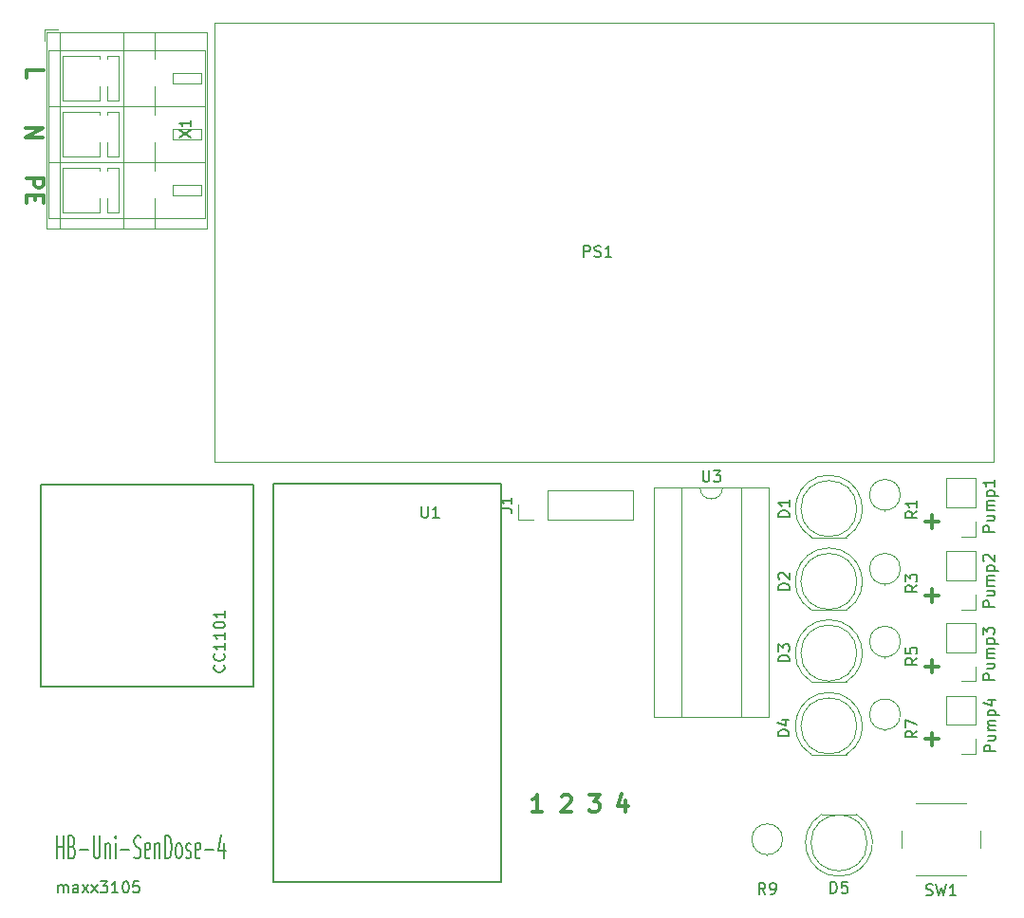
<source format=gbr>
%TF.GenerationSoftware,KiCad,Pcbnew,(5.1.9)-1*%
%TF.CreationDate,2021-02-28T02:51:40+01:00*%
%TF.ProjectId,HB-Uni-SenDose-4,48422d55-6e69-42d5-9365-6e446f73652d,rev?*%
%TF.SameCoordinates,Original*%
%TF.FileFunction,Legend,Top*%
%TF.FilePolarity,Positive*%
%FSLAX46Y46*%
G04 Gerber Fmt 4.6, Leading zero omitted, Abs format (unit mm)*
G04 Created by KiCad (PCBNEW (5.1.9)-1) date 2021-02-28 02:51:40*
%MOMM*%
%LPD*%
G01*
G04 APERTURE LIST*
%ADD10C,0.300000*%
%ADD11C,0.150000*%
%ADD12C,0.120000*%
G04 APERTURE END LIST*
D10*
X134785714Y-118978571D02*
X134785714Y-119978571D01*
X134428571Y-118407142D02*
X134071428Y-119478571D01*
X135000000Y-119478571D01*
X131500000Y-118478571D02*
X132428571Y-118478571D01*
X131928571Y-119050000D01*
X132142857Y-119050000D01*
X132285714Y-119121428D01*
X132357142Y-119192857D01*
X132428571Y-119335714D01*
X132428571Y-119692857D01*
X132357142Y-119835714D01*
X132285714Y-119907142D01*
X132142857Y-119978571D01*
X131714285Y-119978571D01*
X131571428Y-119907142D01*
X131500000Y-119835714D01*
X129071428Y-118621428D02*
X129142857Y-118550000D01*
X129285714Y-118478571D01*
X129642857Y-118478571D01*
X129785714Y-118550000D01*
X129857142Y-118621428D01*
X129928571Y-118764285D01*
X129928571Y-118907142D01*
X129857142Y-119121428D01*
X129000000Y-119978571D01*
X129928571Y-119978571D01*
X127328571Y-119978571D02*
X126471428Y-119978571D01*
X126900000Y-119978571D02*
X126900000Y-118478571D01*
X126757142Y-118692857D01*
X126614285Y-118835714D01*
X126471428Y-118907142D01*
X81321428Y-63428571D02*
X82821428Y-63428571D01*
X82821428Y-64000000D01*
X82750000Y-64142857D01*
X82678571Y-64214285D01*
X82535714Y-64285714D01*
X82321428Y-64285714D01*
X82178571Y-64214285D01*
X82107142Y-64142857D01*
X82035714Y-64000000D01*
X82035714Y-63428571D01*
X82107142Y-64928571D02*
X82107142Y-65428571D01*
X81321428Y-65642857D02*
X81321428Y-64928571D01*
X82821428Y-64928571D01*
X82821428Y-65642857D01*
X81321428Y-54464285D02*
X81321428Y-53750000D01*
X82821428Y-53750000D01*
X82778571Y-59828571D02*
X81278571Y-59828571D01*
X82778571Y-58971428D01*
X81278571Y-58971428D01*
X161528571Y-100707142D02*
X162671428Y-100707142D01*
X162100000Y-101278571D02*
X162100000Y-100135714D01*
X161528571Y-94107142D02*
X162671428Y-94107142D01*
X162100000Y-94678571D02*
X162100000Y-93535714D01*
X161528571Y-107007142D02*
X162671428Y-107007142D01*
X162100000Y-107578571D02*
X162100000Y-106435714D01*
X161528571Y-113507142D02*
X162671428Y-113507142D01*
X162100000Y-114078571D02*
X162100000Y-112935714D01*
D11*
X84154761Y-127202380D02*
X84154761Y-126535714D01*
X84154761Y-126630952D02*
X84202380Y-126583333D01*
X84297619Y-126535714D01*
X84440476Y-126535714D01*
X84535714Y-126583333D01*
X84583333Y-126678571D01*
X84583333Y-127202380D01*
X84583333Y-126678571D02*
X84630952Y-126583333D01*
X84726190Y-126535714D01*
X84869047Y-126535714D01*
X84964285Y-126583333D01*
X85011904Y-126678571D01*
X85011904Y-127202380D01*
X85916666Y-127202380D02*
X85916666Y-126678571D01*
X85869047Y-126583333D01*
X85773809Y-126535714D01*
X85583333Y-126535714D01*
X85488095Y-126583333D01*
X85916666Y-127154761D02*
X85821428Y-127202380D01*
X85583333Y-127202380D01*
X85488095Y-127154761D01*
X85440476Y-127059523D01*
X85440476Y-126964285D01*
X85488095Y-126869047D01*
X85583333Y-126821428D01*
X85821428Y-126821428D01*
X85916666Y-126773809D01*
X86297619Y-127202380D02*
X86821428Y-126535714D01*
X86297619Y-126535714D02*
X86821428Y-127202380D01*
X87107142Y-127202380D02*
X87630952Y-126535714D01*
X87107142Y-126535714D02*
X87630952Y-127202380D01*
X87916666Y-126202380D02*
X88535714Y-126202380D01*
X88202380Y-126583333D01*
X88345238Y-126583333D01*
X88440476Y-126630952D01*
X88488095Y-126678571D01*
X88535714Y-126773809D01*
X88535714Y-127011904D01*
X88488095Y-127107142D01*
X88440476Y-127154761D01*
X88345238Y-127202380D01*
X88059523Y-127202380D01*
X87964285Y-127154761D01*
X87916666Y-127107142D01*
X89488095Y-127202380D02*
X88916666Y-127202380D01*
X89202380Y-127202380D02*
X89202380Y-126202380D01*
X89107142Y-126345238D01*
X89011904Y-126440476D01*
X88916666Y-126488095D01*
X90107142Y-126202380D02*
X90202380Y-126202380D01*
X90297619Y-126250000D01*
X90345238Y-126297619D01*
X90392857Y-126392857D01*
X90440476Y-126583333D01*
X90440476Y-126821428D01*
X90392857Y-127011904D01*
X90345238Y-127107142D01*
X90297619Y-127154761D01*
X90202380Y-127202380D01*
X90107142Y-127202380D01*
X90011904Y-127154761D01*
X89964285Y-127107142D01*
X89916666Y-127011904D01*
X89869047Y-126821428D01*
X89869047Y-126583333D01*
X89916666Y-126392857D01*
X89964285Y-126297619D01*
X90011904Y-126250000D01*
X90107142Y-126202380D01*
X91345238Y-126202380D02*
X90869047Y-126202380D01*
X90821428Y-126678571D01*
X90869047Y-126630952D01*
X90964285Y-126583333D01*
X91202380Y-126583333D01*
X91297619Y-126630952D01*
X91345238Y-126678571D01*
X91392857Y-126773809D01*
X91392857Y-127011904D01*
X91345238Y-127107142D01*
X91297619Y-127154761D01*
X91202380Y-127202380D01*
X90964285Y-127202380D01*
X90869047Y-127154761D01*
X90821428Y-127107142D01*
X84023809Y-124154761D02*
X84023809Y-122154761D01*
X84023809Y-123107142D02*
X84595238Y-123107142D01*
X84595238Y-124154761D02*
X84595238Y-122154761D01*
X85404761Y-123107142D02*
X85547619Y-123202380D01*
X85595238Y-123297619D01*
X85642857Y-123488095D01*
X85642857Y-123773809D01*
X85595238Y-123964285D01*
X85547619Y-124059523D01*
X85452380Y-124154761D01*
X85071428Y-124154761D01*
X85071428Y-122154761D01*
X85404761Y-122154761D01*
X85500000Y-122250000D01*
X85547619Y-122345238D01*
X85595238Y-122535714D01*
X85595238Y-122726190D01*
X85547619Y-122916666D01*
X85500000Y-123011904D01*
X85404761Y-123107142D01*
X85071428Y-123107142D01*
X86071428Y-123392857D02*
X86833333Y-123392857D01*
X87309523Y-122154761D02*
X87309523Y-123773809D01*
X87357142Y-123964285D01*
X87404761Y-124059523D01*
X87500000Y-124154761D01*
X87690476Y-124154761D01*
X87785714Y-124059523D01*
X87833333Y-123964285D01*
X87880952Y-123773809D01*
X87880952Y-122154761D01*
X88357142Y-122821428D02*
X88357142Y-124154761D01*
X88357142Y-123011904D02*
X88404761Y-122916666D01*
X88500000Y-122821428D01*
X88642857Y-122821428D01*
X88738095Y-122916666D01*
X88785714Y-123107142D01*
X88785714Y-124154761D01*
X89261904Y-124154761D02*
X89261904Y-122821428D01*
X89261904Y-122154761D02*
X89214285Y-122250000D01*
X89261904Y-122345238D01*
X89309523Y-122250000D01*
X89261904Y-122154761D01*
X89261904Y-122345238D01*
X89738095Y-123392857D02*
X90500000Y-123392857D01*
X90928571Y-124059523D02*
X91071428Y-124154761D01*
X91309523Y-124154761D01*
X91404761Y-124059523D01*
X91452380Y-123964285D01*
X91500000Y-123773809D01*
X91500000Y-123583333D01*
X91452380Y-123392857D01*
X91404761Y-123297619D01*
X91309523Y-123202380D01*
X91119047Y-123107142D01*
X91023809Y-123011904D01*
X90976190Y-122916666D01*
X90928571Y-122726190D01*
X90928571Y-122535714D01*
X90976190Y-122345238D01*
X91023809Y-122250000D01*
X91119047Y-122154761D01*
X91357142Y-122154761D01*
X91500000Y-122250000D01*
X92309523Y-124059523D02*
X92214285Y-124154761D01*
X92023809Y-124154761D01*
X91928571Y-124059523D01*
X91880952Y-123869047D01*
X91880952Y-123107142D01*
X91928571Y-122916666D01*
X92023809Y-122821428D01*
X92214285Y-122821428D01*
X92309523Y-122916666D01*
X92357142Y-123107142D01*
X92357142Y-123297619D01*
X91880952Y-123488095D01*
X92785714Y-122821428D02*
X92785714Y-124154761D01*
X92785714Y-123011904D02*
X92833333Y-122916666D01*
X92928571Y-122821428D01*
X93071428Y-122821428D01*
X93166666Y-122916666D01*
X93214285Y-123107142D01*
X93214285Y-124154761D01*
X93690476Y-124154761D02*
X93690476Y-122154761D01*
X93928571Y-122154761D01*
X94071428Y-122250000D01*
X94166666Y-122440476D01*
X94214285Y-122630952D01*
X94261904Y-123011904D01*
X94261904Y-123297619D01*
X94214285Y-123678571D01*
X94166666Y-123869047D01*
X94071428Y-124059523D01*
X93928571Y-124154761D01*
X93690476Y-124154761D01*
X94833333Y-124154761D02*
X94738095Y-124059523D01*
X94690476Y-123964285D01*
X94642857Y-123773809D01*
X94642857Y-123202380D01*
X94690476Y-123011904D01*
X94738095Y-122916666D01*
X94833333Y-122821428D01*
X94976190Y-122821428D01*
X95071428Y-122916666D01*
X95119047Y-123011904D01*
X95166666Y-123202380D01*
X95166666Y-123773809D01*
X95119047Y-123964285D01*
X95071428Y-124059523D01*
X94976190Y-124154761D01*
X94833333Y-124154761D01*
X95547619Y-124059523D02*
X95642857Y-124154761D01*
X95833333Y-124154761D01*
X95928571Y-124059523D01*
X95976190Y-123869047D01*
X95976190Y-123773809D01*
X95928571Y-123583333D01*
X95833333Y-123488095D01*
X95690476Y-123488095D01*
X95595238Y-123392857D01*
X95547619Y-123202380D01*
X95547619Y-123107142D01*
X95595238Y-122916666D01*
X95690476Y-122821428D01*
X95833333Y-122821428D01*
X95928571Y-122916666D01*
X96785714Y-124059523D02*
X96690476Y-124154761D01*
X96500000Y-124154761D01*
X96404761Y-124059523D01*
X96357142Y-123869047D01*
X96357142Y-123107142D01*
X96404761Y-122916666D01*
X96500000Y-122821428D01*
X96690476Y-122821428D01*
X96785714Y-122916666D01*
X96833333Y-123107142D01*
X96833333Y-123297619D01*
X96357142Y-123488095D01*
X97261904Y-123392857D02*
X98023809Y-123392857D01*
X98928571Y-122821428D02*
X98928571Y-124154761D01*
X98690476Y-122059523D02*
X98452380Y-123488095D01*
X99071428Y-123488095D01*
D12*
%TO.C,Pump4*%
X166030000Y-109630000D02*
X163370000Y-109630000D01*
X166030000Y-112230000D02*
X166030000Y-109630000D01*
X163370000Y-112230000D02*
X163370000Y-109630000D01*
X166030000Y-112230000D02*
X163370000Y-112230000D01*
X166030000Y-113500000D02*
X166030000Y-114830000D01*
X166030000Y-114830000D02*
X164700000Y-114830000D01*
%TO.C,Pump3*%
X166030000Y-103130000D02*
X163370000Y-103130000D01*
X166030000Y-105730000D02*
X166030000Y-103130000D01*
X163370000Y-105730000D02*
X163370000Y-103130000D01*
X166030000Y-105730000D02*
X163370000Y-105730000D01*
X166030000Y-107000000D02*
X166030000Y-108330000D01*
X166030000Y-108330000D02*
X164700000Y-108330000D01*
%TO.C,Pump2*%
X166030000Y-96730000D02*
X163370000Y-96730000D01*
X166030000Y-99330000D02*
X166030000Y-96730000D01*
X163370000Y-99330000D02*
X163370000Y-96730000D01*
X166030000Y-99330000D02*
X163370000Y-99330000D01*
X166030000Y-100600000D02*
X166030000Y-101930000D01*
X166030000Y-101930000D02*
X164700000Y-101930000D01*
%TO.C,Pump1*%
X166030000Y-90230000D02*
X163370000Y-90230000D01*
X166030000Y-92830000D02*
X166030000Y-90230000D01*
X163370000Y-92830000D02*
X163370000Y-90230000D01*
X166030000Y-92830000D02*
X163370000Y-92830000D01*
X166030000Y-94100000D02*
X166030000Y-95430000D01*
X166030000Y-95430000D02*
X164700000Y-95430000D01*
%TO.C,PS1*%
X167600000Y-49550000D02*
X167600000Y-88750000D01*
X98100000Y-88750000D02*
X98100000Y-49550000D01*
X167600000Y-88750000D02*
X98100000Y-88750000D01*
X98100000Y-49550000D02*
X167600000Y-49550000D01*
%TO.C,U3*%
X143410000Y-91070000D02*
G75*
G02*
X141410000Y-91070000I-1000000J0D01*
G01*
X141410000Y-91070000D02*
X139760000Y-91070000D01*
X139760000Y-91070000D02*
X139760000Y-111510000D01*
X139760000Y-111510000D02*
X145060000Y-111510000D01*
X145060000Y-111510000D02*
X145060000Y-91070000D01*
X145060000Y-91070000D02*
X143410000Y-91070000D01*
X137270000Y-91010000D02*
X137270000Y-111570000D01*
X137270000Y-111570000D02*
X147550000Y-111570000D01*
X147550000Y-111570000D02*
X147550000Y-91010000D01*
X147550000Y-91010000D02*
X137270000Y-91010000D01*
%TO.C,X1*%
X82890000Y-50140000D02*
X82890000Y-51140000D01*
X84130000Y-50140000D02*
X82890000Y-50140000D01*
X96900000Y-65000000D02*
X94401000Y-65000000D01*
X96900000Y-64000000D02*
X94401000Y-64000000D01*
X94401000Y-64000000D02*
X94401000Y-65000000D01*
X96900000Y-64000000D02*
X96900000Y-65000000D01*
X89550000Y-66500000D02*
X88550000Y-66500000D01*
X89550000Y-62500000D02*
X88550000Y-62500000D01*
X88550000Y-65230000D02*
X88550000Y-66500000D01*
X88550000Y-62500000D02*
X88550000Y-62770000D01*
X89550000Y-62500000D02*
X89550000Y-66500000D01*
X97250000Y-67000000D02*
X83250000Y-67000000D01*
X97250000Y-62000000D02*
X83250000Y-62000000D01*
X83250000Y-62000000D02*
X83250000Y-67000000D01*
X97250000Y-62000000D02*
X97250000Y-67000000D01*
X87850000Y-66500000D02*
X84550000Y-66500000D01*
X87850000Y-62500000D02*
X84550000Y-62500000D01*
X84550000Y-62500000D02*
X84550000Y-66500000D01*
X87850000Y-65230000D02*
X87850000Y-66500000D01*
X87850000Y-62500000D02*
X87850000Y-62770000D01*
X96900000Y-60000000D02*
X94401000Y-60000000D01*
X96900000Y-59000000D02*
X94401000Y-59000000D01*
X94401000Y-59000000D02*
X94401000Y-60000000D01*
X96900000Y-59000000D02*
X96900000Y-60000000D01*
X89550000Y-61500000D02*
X88550000Y-61500000D01*
X89550000Y-57500000D02*
X88550000Y-57500000D01*
X88550000Y-60230000D02*
X88550000Y-61500000D01*
X88550000Y-57500000D02*
X88550000Y-57770000D01*
X89550000Y-57500000D02*
X89550000Y-61500000D01*
X97250000Y-62000000D02*
X83250000Y-62000000D01*
X97250000Y-57000000D02*
X83250000Y-57000000D01*
X83250000Y-57000000D02*
X83250000Y-62000000D01*
X97250000Y-57000000D02*
X97250000Y-62000000D01*
X87850000Y-61500000D02*
X84550000Y-61500000D01*
X87850000Y-57500000D02*
X84550000Y-57500000D01*
X84550000Y-57500000D02*
X84550000Y-61500000D01*
X87850000Y-60230000D02*
X87850000Y-61500000D01*
X87850000Y-57500000D02*
X87850000Y-57770000D01*
X96900000Y-55000000D02*
X94401000Y-55000000D01*
X96900000Y-54000000D02*
X94401000Y-54000000D01*
X94401000Y-54000000D02*
X94401000Y-55000000D01*
X96900000Y-54000000D02*
X96900000Y-55000000D01*
X89550000Y-56500000D02*
X88550000Y-56500000D01*
X89550000Y-52500000D02*
X88550000Y-52500000D01*
X88550000Y-55230000D02*
X88550000Y-56500000D01*
X88550000Y-52500000D02*
X88550000Y-52770000D01*
X89550000Y-52500000D02*
X89550000Y-56500000D01*
X97250000Y-57000000D02*
X83250000Y-57000000D01*
X97250000Y-52000000D02*
X83250000Y-52000000D01*
X83250000Y-52000000D02*
X83250000Y-57000000D01*
X97250000Y-52000000D02*
X97250000Y-57000000D01*
X87850000Y-56500000D02*
X84550000Y-56500000D01*
X87850000Y-52500000D02*
X84550000Y-52500000D01*
X84550000Y-52500000D02*
X84550000Y-56500000D01*
X87850000Y-55230000D02*
X87850000Y-56500000D01*
X87850000Y-52500000D02*
X87850000Y-52770000D01*
X97370000Y-67920000D02*
X83130000Y-67920000D01*
X97370000Y-50380000D02*
X83130000Y-50380000D01*
X83130000Y-50380000D02*
X83130000Y-67920000D01*
X97370000Y-50380000D02*
X97370000Y-67920000D01*
X92750000Y-65230000D02*
X92750000Y-67920000D01*
X92750000Y-60230000D02*
X92750000Y-62770000D01*
X92750000Y-55230000D02*
X92750000Y-57770000D01*
X92750000Y-50380000D02*
X92750000Y-52770000D01*
X89950000Y-50380000D02*
X89950000Y-67920000D01*
X84250000Y-50380000D02*
X84250000Y-67920000D01*
D11*
%TO.C,U2*%
X101600000Y-108800000D02*
X100600000Y-108800000D01*
X101600000Y-90800000D02*
X101600000Y-108800000D01*
X82600000Y-90800000D02*
X101600000Y-90800000D01*
X82600000Y-108800000D02*
X82600000Y-90800000D01*
X100600000Y-108800000D02*
X82600000Y-108800000D01*
%TO.C,U1*%
X123680000Y-90740000D02*
X103360000Y-90740000D01*
X103360000Y-90740000D02*
X103360000Y-126300000D01*
X103360000Y-126300000D02*
X123680000Y-126300000D01*
X123680000Y-126300000D02*
X123680000Y-90740000D01*
D12*
%TO.C,SW1*%
X159400000Y-121700000D02*
X159400000Y-123200000D01*
X160650000Y-125700000D02*
X165150000Y-125700000D01*
X166400000Y-123200000D02*
X166400000Y-121700000D01*
X165150000Y-119200000D02*
X160650000Y-119200000D01*
%TO.C,R9*%
X147400000Y-123820000D02*
X147400000Y-123890000D01*
X148770000Y-122450000D02*
G75*
G03*
X148770000Y-122450000I-1370000J0D01*
G01*
%TO.C,R7*%
X157900000Y-112670000D02*
X157900000Y-112740000D01*
X159270000Y-111300000D02*
G75*
G03*
X159270000Y-111300000I-1370000J0D01*
G01*
%TO.C,R5*%
X157900000Y-106170000D02*
X157900000Y-106240000D01*
X159270000Y-104800000D02*
G75*
G03*
X159270000Y-104800000I-1370000J0D01*
G01*
%TO.C,R3*%
X157900000Y-99670000D02*
X157900000Y-99740000D01*
X159270000Y-98300000D02*
G75*
G03*
X159270000Y-98300000I-1370000J0D01*
G01*
%TO.C,R1*%
X157900000Y-93070000D02*
X157900000Y-93140000D01*
X159270000Y-91700000D02*
G75*
G03*
X159270000Y-91700000I-1370000J0D01*
G01*
%TO.C,J1*%
X125170000Y-93930000D02*
X125170000Y-92600000D01*
X126500000Y-93930000D02*
X125170000Y-93930000D01*
X127770000Y-93930000D02*
X127770000Y-91270000D01*
X127770000Y-91270000D02*
X135450000Y-91270000D01*
X127770000Y-93930000D02*
X135450000Y-93930000D01*
X135450000Y-93930000D02*
X135450000Y-91270000D01*
%TO.C,D5*%
X155345000Y-120210000D02*
X152255000Y-120210000D01*
X156300000Y-122770000D02*
G75*
G03*
X156300000Y-122770000I-2500000J0D01*
G01*
X153800462Y-125760000D02*
G75*
G02*
X152255170Y-120210000I-462J2990000D01*
G01*
X153799538Y-125760000D02*
G75*
G03*
X155344830Y-120210000I462J2990000D01*
G01*
%TO.C,D4*%
X151355000Y-114890000D02*
X154445000Y-114890000D01*
X155400000Y-112330000D02*
G75*
G03*
X155400000Y-112330000I-2500000J0D01*
G01*
X152899538Y-109340000D02*
G75*
G02*
X154444830Y-114890000I462J-2990000D01*
G01*
X152900462Y-109340000D02*
G75*
G03*
X151355170Y-114890000I-462J-2990000D01*
G01*
%TO.C,D3*%
X151355000Y-108390000D02*
X154445000Y-108390000D01*
X155400000Y-105830000D02*
G75*
G03*
X155400000Y-105830000I-2500000J0D01*
G01*
X152899538Y-102840000D02*
G75*
G02*
X154444830Y-108390000I462J-2990000D01*
G01*
X152900462Y-102840000D02*
G75*
G03*
X151355170Y-108390000I-462J-2990000D01*
G01*
%TO.C,D2*%
X151355000Y-101990000D02*
X154445000Y-101990000D01*
X155400000Y-99430000D02*
G75*
G03*
X155400000Y-99430000I-2500000J0D01*
G01*
X152899538Y-96440000D02*
G75*
G02*
X154444830Y-101990000I462J-2990000D01*
G01*
X152900462Y-96440000D02*
G75*
G03*
X151355170Y-101990000I-462J-2990000D01*
G01*
%TO.C,D1*%
X151355000Y-95490000D02*
X154445000Y-95490000D01*
X155400000Y-92930000D02*
G75*
G03*
X155400000Y-92930000I-2500000J0D01*
G01*
X152899538Y-89940000D02*
G75*
G02*
X154444830Y-95490000I462J-2990000D01*
G01*
X152900462Y-89940000D02*
G75*
G03*
X151355170Y-95490000I-462J-2990000D01*
G01*
%TO.C,Pump4*%
D11*
X167752380Y-114609523D02*
X166752380Y-114609523D01*
X166752380Y-114228571D01*
X166800000Y-114133333D01*
X166847619Y-114085714D01*
X166942857Y-114038095D01*
X167085714Y-114038095D01*
X167180952Y-114085714D01*
X167228571Y-114133333D01*
X167276190Y-114228571D01*
X167276190Y-114609523D01*
X167085714Y-113180952D02*
X167752380Y-113180952D01*
X167085714Y-113609523D02*
X167609523Y-113609523D01*
X167704761Y-113561904D01*
X167752380Y-113466666D01*
X167752380Y-113323809D01*
X167704761Y-113228571D01*
X167657142Y-113180952D01*
X167752380Y-112704761D02*
X167085714Y-112704761D01*
X167180952Y-112704761D02*
X167133333Y-112657142D01*
X167085714Y-112561904D01*
X167085714Y-112419047D01*
X167133333Y-112323809D01*
X167228571Y-112276190D01*
X167752380Y-112276190D01*
X167228571Y-112276190D02*
X167133333Y-112228571D01*
X167085714Y-112133333D01*
X167085714Y-111990476D01*
X167133333Y-111895238D01*
X167228571Y-111847619D01*
X167752380Y-111847619D01*
X167085714Y-111371428D02*
X168085714Y-111371428D01*
X167133333Y-111371428D02*
X167085714Y-111276190D01*
X167085714Y-111085714D01*
X167133333Y-110990476D01*
X167180952Y-110942857D01*
X167276190Y-110895238D01*
X167561904Y-110895238D01*
X167657142Y-110942857D01*
X167704761Y-110990476D01*
X167752380Y-111085714D01*
X167752380Y-111276190D01*
X167704761Y-111371428D01*
X167085714Y-110038095D02*
X167752380Y-110038095D01*
X166704761Y-110276190D02*
X167419047Y-110514285D01*
X167419047Y-109895238D01*
%TO.C,Pump3*%
X167652380Y-108209523D02*
X166652380Y-108209523D01*
X166652380Y-107828571D01*
X166700000Y-107733333D01*
X166747619Y-107685714D01*
X166842857Y-107638095D01*
X166985714Y-107638095D01*
X167080952Y-107685714D01*
X167128571Y-107733333D01*
X167176190Y-107828571D01*
X167176190Y-108209523D01*
X166985714Y-106780952D02*
X167652380Y-106780952D01*
X166985714Y-107209523D02*
X167509523Y-107209523D01*
X167604761Y-107161904D01*
X167652380Y-107066666D01*
X167652380Y-106923809D01*
X167604761Y-106828571D01*
X167557142Y-106780952D01*
X167652380Y-106304761D02*
X166985714Y-106304761D01*
X167080952Y-106304761D02*
X167033333Y-106257142D01*
X166985714Y-106161904D01*
X166985714Y-106019047D01*
X167033333Y-105923809D01*
X167128571Y-105876190D01*
X167652380Y-105876190D01*
X167128571Y-105876190D02*
X167033333Y-105828571D01*
X166985714Y-105733333D01*
X166985714Y-105590476D01*
X167033333Y-105495238D01*
X167128571Y-105447619D01*
X167652380Y-105447619D01*
X166985714Y-104971428D02*
X167985714Y-104971428D01*
X167033333Y-104971428D02*
X166985714Y-104876190D01*
X166985714Y-104685714D01*
X167033333Y-104590476D01*
X167080952Y-104542857D01*
X167176190Y-104495238D01*
X167461904Y-104495238D01*
X167557142Y-104542857D01*
X167604761Y-104590476D01*
X167652380Y-104685714D01*
X167652380Y-104876190D01*
X167604761Y-104971428D01*
X166652380Y-104161904D02*
X166652380Y-103542857D01*
X167033333Y-103876190D01*
X167033333Y-103733333D01*
X167080952Y-103638095D01*
X167128571Y-103590476D01*
X167223809Y-103542857D01*
X167461904Y-103542857D01*
X167557142Y-103590476D01*
X167604761Y-103638095D01*
X167652380Y-103733333D01*
X167652380Y-104019047D01*
X167604761Y-104114285D01*
X167557142Y-104161904D01*
%TO.C,Pump2*%
X167652380Y-101709523D02*
X166652380Y-101709523D01*
X166652380Y-101328571D01*
X166700000Y-101233333D01*
X166747619Y-101185714D01*
X166842857Y-101138095D01*
X166985714Y-101138095D01*
X167080952Y-101185714D01*
X167128571Y-101233333D01*
X167176190Y-101328571D01*
X167176190Y-101709523D01*
X166985714Y-100280952D02*
X167652380Y-100280952D01*
X166985714Y-100709523D02*
X167509523Y-100709523D01*
X167604761Y-100661904D01*
X167652380Y-100566666D01*
X167652380Y-100423809D01*
X167604761Y-100328571D01*
X167557142Y-100280952D01*
X167652380Y-99804761D02*
X166985714Y-99804761D01*
X167080952Y-99804761D02*
X167033333Y-99757142D01*
X166985714Y-99661904D01*
X166985714Y-99519047D01*
X167033333Y-99423809D01*
X167128571Y-99376190D01*
X167652380Y-99376190D01*
X167128571Y-99376190D02*
X167033333Y-99328571D01*
X166985714Y-99233333D01*
X166985714Y-99090476D01*
X167033333Y-98995238D01*
X167128571Y-98947619D01*
X167652380Y-98947619D01*
X166985714Y-98471428D02*
X167985714Y-98471428D01*
X167033333Y-98471428D02*
X166985714Y-98376190D01*
X166985714Y-98185714D01*
X167033333Y-98090476D01*
X167080952Y-98042857D01*
X167176190Y-97995238D01*
X167461904Y-97995238D01*
X167557142Y-98042857D01*
X167604761Y-98090476D01*
X167652380Y-98185714D01*
X167652380Y-98376190D01*
X167604761Y-98471428D01*
X166747619Y-97614285D02*
X166700000Y-97566666D01*
X166652380Y-97471428D01*
X166652380Y-97233333D01*
X166700000Y-97138095D01*
X166747619Y-97090476D01*
X166842857Y-97042857D01*
X166938095Y-97042857D01*
X167080952Y-97090476D01*
X167652380Y-97661904D01*
X167652380Y-97042857D01*
%TO.C,Pump1*%
X167652380Y-95009523D02*
X166652380Y-95009523D01*
X166652380Y-94628571D01*
X166700000Y-94533333D01*
X166747619Y-94485714D01*
X166842857Y-94438095D01*
X166985714Y-94438095D01*
X167080952Y-94485714D01*
X167128571Y-94533333D01*
X167176190Y-94628571D01*
X167176190Y-95009523D01*
X166985714Y-93580952D02*
X167652380Y-93580952D01*
X166985714Y-94009523D02*
X167509523Y-94009523D01*
X167604761Y-93961904D01*
X167652380Y-93866666D01*
X167652380Y-93723809D01*
X167604761Y-93628571D01*
X167557142Y-93580952D01*
X167652380Y-93104761D02*
X166985714Y-93104761D01*
X167080952Y-93104761D02*
X167033333Y-93057142D01*
X166985714Y-92961904D01*
X166985714Y-92819047D01*
X167033333Y-92723809D01*
X167128571Y-92676190D01*
X167652380Y-92676190D01*
X167128571Y-92676190D02*
X167033333Y-92628571D01*
X166985714Y-92533333D01*
X166985714Y-92390476D01*
X167033333Y-92295238D01*
X167128571Y-92247619D01*
X167652380Y-92247619D01*
X166985714Y-91771428D02*
X167985714Y-91771428D01*
X167033333Y-91771428D02*
X166985714Y-91676190D01*
X166985714Y-91485714D01*
X167033333Y-91390476D01*
X167080952Y-91342857D01*
X167176190Y-91295238D01*
X167461904Y-91295238D01*
X167557142Y-91342857D01*
X167604761Y-91390476D01*
X167652380Y-91485714D01*
X167652380Y-91676190D01*
X167604761Y-91771428D01*
X167652380Y-90342857D02*
X167652380Y-90914285D01*
X167652380Y-90628571D02*
X166652380Y-90628571D01*
X166795238Y-90723809D01*
X166890476Y-90819047D01*
X166938095Y-90914285D01*
%TO.C,PS1*%
X131035714Y-70452380D02*
X131035714Y-69452380D01*
X131416666Y-69452380D01*
X131511904Y-69500000D01*
X131559523Y-69547619D01*
X131607142Y-69642857D01*
X131607142Y-69785714D01*
X131559523Y-69880952D01*
X131511904Y-69928571D01*
X131416666Y-69976190D01*
X131035714Y-69976190D01*
X131988095Y-70404761D02*
X132130952Y-70452380D01*
X132369047Y-70452380D01*
X132464285Y-70404761D01*
X132511904Y-70357142D01*
X132559523Y-70261904D01*
X132559523Y-70166666D01*
X132511904Y-70071428D01*
X132464285Y-70023809D01*
X132369047Y-69976190D01*
X132178571Y-69928571D01*
X132083333Y-69880952D01*
X132035714Y-69833333D01*
X131988095Y-69738095D01*
X131988095Y-69642857D01*
X132035714Y-69547619D01*
X132083333Y-69500000D01*
X132178571Y-69452380D01*
X132416666Y-69452380D01*
X132559523Y-69500000D01*
X133511904Y-70452380D02*
X132940476Y-70452380D01*
X133226190Y-70452380D02*
X133226190Y-69452380D01*
X133130952Y-69595238D01*
X133035714Y-69690476D01*
X132940476Y-69738095D01*
%TO.C,U3*%
X141648095Y-89522380D02*
X141648095Y-90331904D01*
X141695714Y-90427142D01*
X141743333Y-90474761D01*
X141838571Y-90522380D01*
X142029047Y-90522380D01*
X142124285Y-90474761D01*
X142171904Y-90427142D01*
X142219523Y-90331904D01*
X142219523Y-89522380D01*
X142600476Y-89522380D02*
X143219523Y-89522380D01*
X142886190Y-89903333D01*
X143029047Y-89903333D01*
X143124285Y-89950952D01*
X143171904Y-89998571D01*
X143219523Y-90093809D01*
X143219523Y-90331904D01*
X143171904Y-90427142D01*
X143124285Y-90474761D01*
X143029047Y-90522380D01*
X142743333Y-90522380D01*
X142648095Y-90474761D01*
X142600476Y-90427142D01*
%TO.C,X1*%
X94952380Y-59809523D02*
X95952380Y-59142857D01*
X94952380Y-59142857D02*
X95952380Y-59809523D01*
X95952380Y-58238095D02*
X95952380Y-58809523D01*
X95952380Y-58523809D02*
X94952380Y-58523809D01*
X95095238Y-58619047D01*
X95190476Y-58714285D01*
X95238095Y-58809523D01*
%TO.C,U2*%
X98925142Y-106895238D02*
X98972761Y-106942857D01*
X99020380Y-107085714D01*
X99020380Y-107180952D01*
X98972761Y-107323809D01*
X98877523Y-107419047D01*
X98782285Y-107466666D01*
X98591809Y-107514285D01*
X98448952Y-107514285D01*
X98258476Y-107466666D01*
X98163238Y-107419047D01*
X98068000Y-107323809D01*
X98020380Y-107180952D01*
X98020380Y-107085714D01*
X98068000Y-106942857D01*
X98115619Y-106895238D01*
X98925142Y-105895238D02*
X98972761Y-105942857D01*
X99020380Y-106085714D01*
X99020380Y-106180952D01*
X98972761Y-106323809D01*
X98877523Y-106419047D01*
X98782285Y-106466666D01*
X98591809Y-106514285D01*
X98448952Y-106514285D01*
X98258476Y-106466666D01*
X98163238Y-106419047D01*
X98068000Y-106323809D01*
X98020380Y-106180952D01*
X98020380Y-106085714D01*
X98068000Y-105942857D01*
X98115619Y-105895238D01*
X99020380Y-104942857D02*
X99020380Y-105514285D01*
X99020380Y-105228571D02*
X98020380Y-105228571D01*
X98163238Y-105323809D01*
X98258476Y-105419047D01*
X98306095Y-105514285D01*
X99020380Y-103990476D02*
X99020380Y-104561904D01*
X99020380Y-104276190D02*
X98020380Y-104276190D01*
X98163238Y-104371428D01*
X98258476Y-104466666D01*
X98306095Y-104561904D01*
X98020380Y-103371428D02*
X98020380Y-103276190D01*
X98068000Y-103180952D01*
X98115619Y-103133333D01*
X98210857Y-103085714D01*
X98401333Y-103038095D01*
X98639428Y-103038095D01*
X98829904Y-103085714D01*
X98925142Y-103133333D01*
X98972761Y-103180952D01*
X99020380Y-103276190D01*
X99020380Y-103371428D01*
X98972761Y-103466666D01*
X98925142Y-103514285D01*
X98829904Y-103561904D01*
X98639428Y-103609523D01*
X98401333Y-103609523D01*
X98210857Y-103561904D01*
X98115619Y-103514285D01*
X98068000Y-103466666D01*
X98020380Y-103371428D01*
X99020380Y-102085714D02*
X99020380Y-102657142D01*
X99020380Y-102371428D02*
X98020380Y-102371428D01*
X98163238Y-102466666D01*
X98258476Y-102561904D01*
X98306095Y-102657142D01*
%TO.C,U1*%
X116568095Y-92732380D02*
X116568095Y-93541904D01*
X116615714Y-93637142D01*
X116663333Y-93684761D01*
X116758571Y-93732380D01*
X116949047Y-93732380D01*
X117044285Y-93684761D01*
X117091904Y-93637142D01*
X117139523Y-93541904D01*
X117139523Y-92732380D01*
X118139523Y-93732380D02*
X117568095Y-93732380D01*
X117853809Y-93732380D02*
X117853809Y-92732380D01*
X117758571Y-92875238D01*
X117663333Y-92970476D01*
X117568095Y-93018095D01*
%TO.C,SW1*%
X161566666Y-127404761D02*
X161709523Y-127452380D01*
X161947619Y-127452380D01*
X162042857Y-127404761D01*
X162090476Y-127357142D01*
X162138095Y-127261904D01*
X162138095Y-127166666D01*
X162090476Y-127071428D01*
X162042857Y-127023809D01*
X161947619Y-126976190D01*
X161757142Y-126928571D01*
X161661904Y-126880952D01*
X161614285Y-126833333D01*
X161566666Y-126738095D01*
X161566666Y-126642857D01*
X161614285Y-126547619D01*
X161661904Y-126500000D01*
X161757142Y-126452380D01*
X161995238Y-126452380D01*
X162138095Y-126500000D01*
X162471428Y-126452380D02*
X162709523Y-127452380D01*
X162900000Y-126738095D01*
X163090476Y-127452380D01*
X163328571Y-126452380D01*
X164233333Y-127452380D02*
X163661904Y-127452380D01*
X163947619Y-127452380D02*
X163947619Y-126452380D01*
X163852380Y-126595238D01*
X163757142Y-126690476D01*
X163661904Y-126738095D01*
%TO.C,R9*%
X147233333Y-127352380D02*
X146900000Y-126876190D01*
X146661904Y-127352380D02*
X146661904Y-126352380D01*
X147042857Y-126352380D01*
X147138095Y-126400000D01*
X147185714Y-126447619D01*
X147233333Y-126542857D01*
X147233333Y-126685714D01*
X147185714Y-126780952D01*
X147138095Y-126828571D01*
X147042857Y-126876190D01*
X146661904Y-126876190D01*
X147709523Y-127352380D02*
X147900000Y-127352380D01*
X147995238Y-127304761D01*
X148042857Y-127257142D01*
X148138095Y-127114285D01*
X148185714Y-126923809D01*
X148185714Y-126542857D01*
X148138095Y-126447619D01*
X148090476Y-126400000D01*
X147995238Y-126352380D01*
X147804761Y-126352380D01*
X147709523Y-126400000D01*
X147661904Y-126447619D01*
X147614285Y-126542857D01*
X147614285Y-126780952D01*
X147661904Y-126876190D01*
X147709523Y-126923809D01*
X147804761Y-126971428D01*
X147995238Y-126971428D01*
X148090476Y-126923809D01*
X148138095Y-126876190D01*
X148185714Y-126780952D01*
%TO.C,R7*%
X160752380Y-112766666D02*
X160276190Y-113100000D01*
X160752380Y-113338095D02*
X159752380Y-113338095D01*
X159752380Y-112957142D01*
X159800000Y-112861904D01*
X159847619Y-112814285D01*
X159942857Y-112766666D01*
X160085714Y-112766666D01*
X160180952Y-112814285D01*
X160228571Y-112861904D01*
X160276190Y-112957142D01*
X160276190Y-113338095D01*
X159752380Y-112433333D02*
X159752380Y-111766666D01*
X160752380Y-112195238D01*
%TO.C,R5*%
X160752380Y-106266666D02*
X160276190Y-106600000D01*
X160752380Y-106838095D02*
X159752380Y-106838095D01*
X159752380Y-106457142D01*
X159800000Y-106361904D01*
X159847619Y-106314285D01*
X159942857Y-106266666D01*
X160085714Y-106266666D01*
X160180952Y-106314285D01*
X160228571Y-106361904D01*
X160276190Y-106457142D01*
X160276190Y-106838095D01*
X159752380Y-105361904D02*
X159752380Y-105838095D01*
X160228571Y-105885714D01*
X160180952Y-105838095D01*
X160133333Y-105742857D01*
X160133333Y-105504761D01*
X160180952Y-105409523D01*
X160228571Y-105361904D01*
X160323809Y-105314285D01*
X160561904Y-105314285D01*
X160657142Y-105361904D01*
X160704761Y-105409523D01*
X160752380Y-105504761D01*
X160752380Y-105742857D01*
X160704761Y-105838095D01*
X160657142Y-105885714D01*
%TO.C,R3*%
X160752380Y-99766666D02*
X160276190Y-100100000D01*
X160752380Y-100338095D02*
X159752380Y-100338095D01*
X159752380Y-99957142D01*
X159800000Y-99861904D01*
X159847619Y-99814285D01*
X159942857Y-99766666D01*
X160085714Y-99766666D01*
X160180952Y-99814285D01*
X160228571Y-99861904D01*
X160276190Y-99957142D01*
X160276190Y-100338095D01*
X159752380Y-99433333D02*
X159752380Y-98814285D01*
X160133333Y-99147619D01*
X160133333Y-99004761D01*
X160180952Y-98909523D01*
X160228571Y-98861904D01*
X160323809Y-98814285D01*
X160561904Y-98814285D01*
X160657142Y-98861904D01*
X160704761Y-98909523D01*
X160752380Y-99004761D01*
X160752380Y-99290476D01*
X160704761Y-99385714D01*
X160657142Y-99433333D01*
%TO.C,R1*%
X160752380Y-93166666D02*
X160276190Y-93500000D01*
X160752380Y-93738095D02*
X159752380Y-93738095D01*
X159752380Y-93357142D01*
X159800000Y-93261904D01*
X159847619Y-93214285D01*
X159942857Y-93166666D01*
X160085714Y-93166666D01*
X160180952Y-93214285D01*
X160228571Y-93261904D01*
X160276190Y-93357142D01*
X160276190Y-93738095D01*
X160752380Y-92214285D02*
X160752380Y-92785714D01*
X160752380Y-92500000D02*
X159752380Y-92500000D01*
X159895238Y-92595238D01*
X159990476Y-92690476D01*
X160038095Y-92785714D01*
%TO.C,J1*%
X123622380Y-92933333D02*
X124336666Y-92933333D01*
X124479523Y-92980952D01*
X124574761Y-93076190D01*
X124622380Y-93219047D01*
X124622380Y-93314285D01*
X124622380Y-91933333D02*
X124622380Y-92504761D01*
X124622380Y-92219047D02*
X123622380Y-92219047D01*
X123765238Y-92314285D01*
X123860476Y-92409523D01*
X123908095Y-92504761D01*
%TO.C,D5*%
X153061904Y-127252380D02*
X153061904Y-126252380D01*
X153300000Y-126252380D01*
X153442857Y-126300000D01*
X153538095Y-126395238D01*
X153585714Y-126490476D01*
X153633333Y-126680952D01*
X153633333Y-126823809D01*
X153585714Y-127014285D01*
X153538095Y-127109523D01*
X153442857Y-127204761D01*
X153300000Y-127252380D01*
X153061904Y-127252380D01*
X154538095Y-126252380D02*
X154061904Y-126252380D01*
X154014285Y-126728571D01*
X154061904Y-126680952D01*
X154157142Y-126633333D01*
X154395238Y-126633333D01*
X154490476Y-126680952D01*
X154538095Y-126728571D01*
X154585714Y-126823809D01*
X154585714Y-127061904D01*
X154538095Y-127157142D01*
X154490476Y-127204761D01*
X154395238Y-127252380D01*
X154157142Y-127252380D01*
X154061904Y-127204761D01*
X154014285Y-127157142D01*
%TO.C,D4*%
X149352380Y-113238095D02*
X148352380Y-113238095D01*
X148352380Y-113000000D01*
X148400000Y-112857142D01*
X148495238Y-112761904D01*
X148590476Y-112714285D01*
X148780952Y-112666666D01*
X148923809Y-112666666D01*
X149114285Y-112714285D01*
X149209523Y-112761904D01*
X149304761Y-112857142D01*
X149352380Y-113000000D01*
X149352380Y-113238095D01*
X148685714Y-111809523D02*
X149352380Y-111809523D01*
X148304761Y-112047619D02*
X149019047Y-112285714D01*
X149019047Y-111666666D01*
%TO.C,D3*%
X149392380Y-106568095D02*
X148392380Y-106568095D01*
X148392380Y-106330000D01*
X148440000Y-106187142D01*
X148535238Y-106091904D01*
X148630476Y-106044285D01*
X148820952Y-105996666D01*
X148963809Y-105996666D01*
X149154285Y-106044285D01*
X149249523Y-106091904D01*
X149344761Y-106187142D01*
X149392380Y-106330000D01*
X149392380Y-106568095D01*
X148392380Y-105663333D02*
X148392380Y-105044285D01*
X148773333Y-105377619D01*
X148773333Y-105234761D01*
X148820952Y-105139523D01*
X148868571Y-105091904D01*
X148963809Y-105044285D01*
X149201904Y-105044285D01*
X149297142Y-105091904D01*
X149344761Y-105139523D01*
X149392380Y-105234761D01*
X149392380Y-105520476D01*
X149344761Y-105615714D01*
X149297142Y-105663333D01*
%TO.C,D2*%
X149392380Y-100168095D02*
X148392380Y-100168095D01*
X148392380Y-99930000D01*
X148440000Y-99787142D01*
X148535238Y-99691904D01*
X148630476Y-99644285D01*
X148820952Y-99596666D01*
X148963809Y-99596666D01*
X149154285Y-99644285D01*
X149249523Y-99691904D01*
X149344761Y-99787142D01*
X149392380Y-99930000D01*
X149392380Y-100168095D01*
X148487619Y-99215714D02*
X148440000Y-99168095D01*
X148392380Y-99072857D01*
X148392380Y-98834761D01*
X148440000Y-98739523D01*
X148487619Y-98691904D01*
X148582857Y-98644285D01*
X148678095Y-98644285D01*
X148820952Y-98691904D01*
X149392380Y-99263333D01*
X149392380Y-98644285D01*
%TO.C,D1*%
X149392380Y-93668095D02*
X148392380Y-93668095D01*
X148392380Y-93430000D01*
X148440000Y-93287142D01*
X148535238Y-93191904D01*
X148630476Y-93144285D01*
X148820952Y-93096666D01*
X148963809Y-93096666D01*
X149154285Y-93144285D01*
X149249523Y-93191904D01*
X149344761Y-93287142D01*
X149392380Y-93430000D01*
X149392380Y-93668095D01*
X149392380Y-92144285D02*
X149392380Y-92715714D01*
X149392380Y-92430000D02*
X148392380Y-92430000D01*
X148535238Y-92525238D01*
X148630476Y-92620476D01*
X148678095Y-92715714D01*
%TD*%
M02*

</source>
